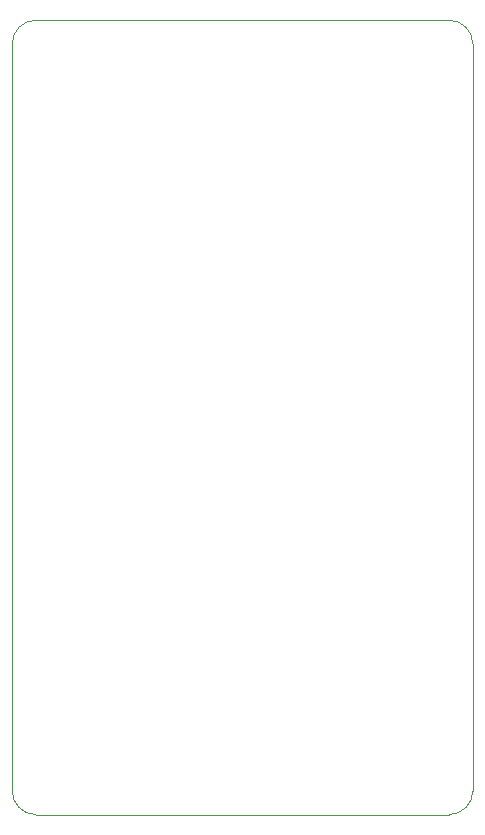
<source format=gbr>
%TF.GenerationSoftware,KiCad,Pcbnew,7.0.2*%
%TF.CreationDate,2023-04-27T13:19:39+10:00*%
%TF.ProjectId,neptune,6e657074-756e-4652-9e6b-696361645f70,rev?*%
%TF.SameCoordinates,Original*%
%TF.FileFunction,Profile,NP*%
%FSLAX46Y46*%
G04 Gerber Fmt 4.6, Leading zero omitted, Abs format (unit mm)*
G04 Created by KiCad (PCBNEW 7.0.2) date 2023-04-27 13:19:39*
%MOMM*%
%LPD*%
G01*
G04 APERTURE LIST*
%TA.AperFunction,Profile*%
%ADD10C,0.100000*%
%TD*%
G04 APERTURE END LIST*
D10*
X92750000Y-60750000D02*
G75*
G03*
X90750000Y-62750000I0J-2000000D01*
G01*
X127750000Y-128000000D02*
X92750000Y-128000000D01*
X92750000Y-60750000D02*
X127750000Y-60750000D01*
X129750000Y-62750000D02*
X129750000Y-126000000D01*
X90750000Y-126000000D02*
X90750000Y-62750000D01*
X127750000Y-128000000D02*
G75*
G03*
X129750000Y-126000000I0J2000000D01*
G01*
X90750000Y-126000000D02*
G75*
G03*
X92750000Y-128000000I2000000J0D01*
G01*
X129750000Y-62750000D02*
G75*
G03*
X127750000Y-60750000I-2000000J0D01*
G01*
M02*

</source>
